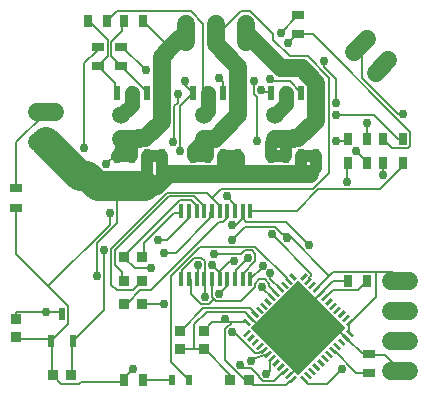
<source format=gbr>
G04 EAGLE Gerber RS-274X export*
G75*
%MOMM*%
%FSLAX34Y34*%
%LPD*%
%INTop Copper*%
%IPPOS*%
%AMOC8*
5,1,8,0,0,1.08239X$1,22.5*%
G01*
G04 Define Apertures*
%ADD10R,0.920900X0.970200*%
%ADD11R,0.508000X1.238200*%
%ADD12R,0.973900X0.798700*%
%ADD13R,0.798700X0.973900*%
%ADD14R,0.304800X1.162000*%
%ADD15C,1.524000*%
%ADD16R,0.254800X0.708000*%
%ADD17R,5.689600X5.689600*%
%ADD18R,0.970200X0.920900*%
%ADD19R,0.611800X0.911800*%
%ADD20R,0.528000X1.009600*%
%ADD21C,0.152400*%
%ADD22C,0.756400*%
%ADD23C,1.500000*%
%ADD24C,1.016000*%
%ADD25C,1.270000*%
%ADD26C,1.500000*%
%ADD27C,2.540000*%
D10*
X-62254Y-30000D03*
X-77746Y-30000D03*
X-77746Y-50000D03*
X-62254Y-50000D03*
X-77746Y-70000D03*
X-62254Y-70000D03*
D11*
X85050Y108805D03*
X72350Y108805D03*
X59650Y108805D03*
X46950Y108805D03*
X46950Y55195D03*
X59650Y55195D03*
X72350Y55195D03*
X85050Y55195D03*
D12*
X-169209Y11848D03*
X-169209Y28152D03*
D11*
X19050Y109289D03*
X6350Y109289D03*
X-6350Y109289D03*
X-19050Y109289D03*
X-19050Y55679D03*
X-6350Y55679D03*
X6350Y55679D03*
X19050Y55679D03*
X-45950Y108805D03*
X-58650Y108805D03*
X-71350Y108805D03*
X-84050Y108805D03*
X-84050Y55195D03*
X-71350Y55195D03*
X-58650Y55195D03*
X-45950Y55195D03*
D13*
X158152Y70000D03*
X141848Y70000D03*
X111848Y70000D03*
X128152Y70000D03*
D12*
X-80000Y148152D03*
X-80000Y131848D03*
D13*
X158152Y50000D03*
X141848Y50000D03*
X111848Y50000D03*
X128152Y50000D03*
D12*
X-100000Y148152D03*
X-100000Y131848D03*
D14*
X-29249Y-48710D03*
X-22750Y-48710D03*
X-16250Y-48710D03*
X-9750Y-48710D03*
X-3250Y-48710D03*
X3250Y-48710D03*
X9750Y-48710D03*
X16250Y-48710D03*
X22750Y-48710D03*
X29249Y-48710D03*
X29249Y8710D03*
X22750Y8710D03*
X16250Y8710D03*
X9750Y8710D03*
X3250Y8710D03*
X-3250Y8710D03*
X-9750Y8710D03*
X-16250Y8710D03*
X-22750Y8710D03*
X-29249Y8710D03*
D15*
X-25400Y152380D02*
X-25400Y167620D01*
X0Y167620D02*
X0Y152380D01*
X25400Y152380D02*
X25400Y167620D01*
X-136218Y67300D02*
X-151458Y67300D01*
X-151458Y92700D02*
X-136218Y92700D01*
X148662Y-126383D02*
X163902Y-126383D01*
X163902Y-100983D02*
X148662Y-100983D01*
X148662Y-75583D02*
X163902Y-75583D01*
X163902Y-50183D02*
X148662Y-50183D01*
D16*
G36*
X115103Y-81986D02*
X116905Y-83788D01*
X111899Y-88794D01*
X110097Y-86992D01*
X115103Y-81986D01*
G37*
G36*
X111568Y-78450D02*
X113370Y-80252D01*
X108364Y-85258D01*
X106562Y-83456D01*
X111568Y-78450D01*
G37*
G36*
X108032Y-74915D02*
X109834Y-76717D01*
X104828Y-81723D01*
X103026Y-79921D01*
X108032Y-74915D01*
G37*
G36*
X104497Y-71379D02*
X106299Y-73181D01*
X101293Y-78187D01*
X99491Y-76385D01*
X104497Y-71379D01*
G37*
G36*
X100961Y-67844D02*
X102763Y-69646D01*
X97757Y-74652D01*
X95955Y-72850D01*
X100961Y-67844D01*
G37*
G36*
X97426Y-64308D02*
X99228Y-66110D01*
X94222Y-71116D01*
X92420Y-69314D01*
X97426Y-64308D01*
G37*
G36*
X93890Y-60772D02*
X95692Y-62574D01*
X90686Y-67580D01*
X88884Y-65778D01*
X93890Y-60772D01*
G37*
G36*
X90354Y-57237D02*
X92156Y-59039D01*
X87150Y-64045D01*
X85348Y-62243D01*
X90354Y-57237D01*
G37*
G36*
X86819Y-53701D02*
X88621Y-55503D01*
X83615Y-60509D01*
X81813Y-58707D01*
X86819Y-53701D01*
G37*
G36*
X83283Y-50166D02*
X85085Y-51968D01*
X80079Y-56974D01*
X78277Y-55172D01*
X83283Y-50166D01*
G37*
G36*
X79748Y-46630D02*
X81550Y-48432D01*
X76544Y-53438D01*
X74742Y-51636D01*
X79748Y-46630D01*
G37*
G36*
X76212Y-43095D02*
X78014Y-44897D01*
X73008Y-49903D01*
X71206Y-48101D01*
X76212Y-43095D01*
G37*
G36*
X68794Y-48101D02*
X66992Y-49903D01*
X61986Y-44897D01*
X63788Y-43095D01*
X68794Y-48101D01*
G37*
G36*
X65258Y-51636D02*
X63456Y-53438D01*
X58450Y-48432D01*
X60252Y-46630D01*
X65258Y-51636D01*
G37*
G36*
X61723Y-55172D02*
X59921Y-56974D01*
X54915Y-51968D01*
X56717Y-50166D01*
X61723Y-55172D01*
G37*
G36*
X58187Y-58707D02*
X56385Y-60509D01*
X51379Y-55503D01*
X53181Y-53701D01*
X58187Y-58707D01*
G37*
G36*
X54652Y-62243D02*
X52850Y-64045D01*
X47844Y-59039D01*
X49646Y-57237D01*
X54652Y-62243D01*
G37*
G36*
X51116Y-65778D02*
X49314Y-67580D01*
X44308Y-62574D01*
X46110Y-60772D01*
X51116Y-65778D01*
G37*
G36*
X47580Y-69314D02*
X45778Y-71116D01*
X40772Y-66110D01*
X42574Y-64308D01*
X47580Y-69314D01*
G37*
G36*
X44045Y-72850D02*
X42243Y-74652D01*
X37237Y-69646D01*
X39039Y-67844D01*
X44045Y-72850D01*
G37*
G36*
X40509Y-76385D02*
X38707Y-78187D01*
X33701Y-73181D01*
X35503Y-71379D01*
X40509Y-76385D01*
G37*
G36*
X36974Y-79921D02*
X35172Y-81723D01*
X30166Y-76717D01*
X31968Y-74915D01*
X36974Y-79921D01*
G37*
G36*
X33438Y-83456D02*
X31636Y-85258D01*
X26630Y-80252D01*
X28432Y-78450D01*
X33438Y-83456D01*
G37*
G36*
X29903Y-86992D02*
X28101Y-88794D01*
X23095Y-83788D01*
X24897Y-81986D01*
X29903Y-86992D01*
G37*
G36*
X28101Y-91206D02*
X29903Y-93008D01*
X24897Y-98014D01*
X23095Y-96212D01*
X28101Y-91206D01*
G37*
G36*
X31636Y-94742D02*
X33438Y-96544D01*
X28432Y-101550D01*
X26630Y-99748D01*
X31636Y-94742D01*
G37*
G36*
X35172Y-98277D02*
X36974Y-100079D01*
X31968Y-105085D01*
X30166Y-103283D01*
X35172Y-98277D01*
G37*
G36*
X38707Y-101813D02*
X40509Y-103615D01*
X35503Y-108621D01*
X33701Y-106819D01*
X38707Y-101813D01*
G37*
G36*
X42243Y-105348D02*
X44045Y-107150D01*
X39039Y-112156D01*
X37237Y-110354D01*
X42243Y-105348D01*
G37*
G36*
X45778Y-108884D02*
X47580Y-110686D01*
X42574Y-115692D01*
X40772Y-113890D01*
X45778Y-108884D01*
G37*
G36*
X49314Y-112420D02*
X51116Y-114222D01*
X46110Y-119228D01*
X44308Y-117426D01*
X49314Y-112420D01*
G37*
G36*
X52850Y-115955D02*
X54652Y-117757D01*
X49646Y-122763D01*
X47844Y-120961D01*
X52850Y-115955D01*
G37*
G36*
X56385Y-119491D02*
X58187Y-121293D01*
X53181Y-126299D01*
X51379Y-124497D01*
X56385Y-119491D01*
G37*
G36*
X59921Y-123026D02*
X61723Y-124828D01*
X56717Y-129834D01*
X54915Y-128032D01*
X59921Y-123026D01*
G37*
G36*
X63456Y-126562D02*
X65258Y-128364D01*
X60252Y-133370D01*
X58450Y-131568D01*
X63456Y-126562D01*
G37*
G36*
X66992Y-130097D02*
X68794Y-131899D01*
X63788Y-136905D01*
X61986Y-135103D01*
X66992Y-130097D01*
G37*
G36*
X78014Y-135103D02*
X76212Y-136905D01*
X71206Y-131899D01*
X73008Y-130097D01*
X78014Y-135103D01*
G37*
G36*
X81550Y-131568D02*
X79748Y-133370D01*
X74742Y-128364D01*
X76544Y-126562D01*
X81550Y-131568D01*
G37*
G36*
X85085Y-128032D02*
X83283Y-129834D01*
X78277Y-124828D01*
X80079Y-123026D01*
X85085Y-128032D01*
G37*
G36*
X88621Y-124497D02*
X86819Y-126299D01*
X81813Y-121293D01*
X83615Y-119491D01*
X88621Y-124497D01*
G37*
G36*
X92156Y-120961D02*
X90354Y-122763D01*
X85348Y-117757D01*
X87150Y-115955D01*
X92156Y-120961D01*
G37*
G36*
X95692Y-117426D02*
X93890Y-119228D01*
X88884Y-114222D01*
X90686Y-112420D01*
X95692Y-117426D01*
G37*
G36*
X99228Y-113890D02*
X97426Y-115692D01*
X92420Y-110686D01*
X94222Y-108884D01*
X99228Y-113890D01*
G37*
G36*
X102763Y-110354D02*
X100961Y-112156D01*
X95955Y-107150D01*
X97757Y-105348D01*
X102763Y-110354D01*
G37*
G36*
X106299Y-106819D02*
X104497Y-108621D01*
X99491Y-103615D01*
X101293Y-101813D01*
X106299Y-106819D01*
G37*
G36*
X109834Y-103283D02*
X108032Y-105085D01*
X103026Y-100079D01*
X104828Y-98277D01*
X109834Y-103283D01*
G37*
G36*
X113370Y-99748D02*
X111568Y-101550D01*
X106562Y-96544D01*
X108364Y-94742D01*
X113370Y-99748D01*
G37*
G36*
X116905Y-96212D02*
X115103Y-98014D01*
X110097Y-93008D01*
X111899Y-91206D01*
X116905Y-96212D01*
G37*
D17*
G36*
X29769Y-90000D02*
X70000Y-49769D01*
X110231Y-90000D01*
X70000Y-130231D01*
X29769Y-90000D01*
G37*
D18*
X-30000Y-92254D03*
X-30000Y-107746D03*
D10*
X27746Y-134227D03*
X12254Y-134227D03*
D18*
X-10000Y-92254D03*
X-10000Y-107746D03*
D19*
X-37500Y-134519D03*
X-22500Y-134519D03*
D13*
X-78152Y-134209D03*
X-61848Y-134209D03*
X111848Y-50000D03*
X128152Y-50000D03*
D12*
X130000Y-111848D03*
X130000Y-128152D03*
D20*
X-139500Y-101438D03*
X-120500Y-101438D03*
X-130000Y-78562D03*
D10*
X-137746Y-130000D03*
X-122254Y-130000D03*
D18*
X-169227Y-82254D03*
X-169227Y-97746D03*
D15*
X117250Y143592D02*
X128026Y154368D01*
X145986Y136408D02*
X135210Y125632D01*
D12*
X70000Y158781D03*
X70000Y175085D03*
D13*
X-78152Y170000D03*
X-61848Y170000D03*
X-108152Y170000D03*
X-91848Y170000D03*
D21*
X-9144Y-48768D02*
X-9144Y-64008D01*
X-9144Y-48768D02*
X-9750Y-48710D01*
X-28956Y-47244D02*
X-28956Y-41148D01*
X-18288Y-30480D01*
X-12192Y-30480D01*
X-9144Y-33528D01*
X-9144Y-47244D01*
X-28956Y-47244D02*
X-29249Y-48710D01*
X-9750Y-48710D02*
X-9144Y-47244D01*
D22*
X46292Y-43768D03*
X-9144Y-64008D03*
D21*
X46292Y-48614D02*
X46292Y-43768D01*
X46292Y-48614D02*
X54783Y-57105D01*
X-1524Y-65532D02*
X-3048Y-64008D01*
X-1524Y-65532D02*
X0Y-67056D01*
X-3048Y-64008D02*
X-3048Y-48768D01*
X50292Y-59436D02*
X51248Y-60641D01*
X-3048Y-48768D02*
X-3250Y-48710D01*
X-21336Y-48768D02*
X-21336Y-60960D01*
X-12192Y-70104D01*
X-6096Y-70104D01*
X-1524Y-65532D01*
X-21336Y-48768D02*
X-22750Y-48710D01*
X41641Y-48892D02*
X45195Y-52447D01*
X45195Y-54339D01*
X50292Y-59436D01*
X21470Y-67056D02*
X0Y-67056D01*
X33059Y-55467D02*
X33059Y-52447D01*
X36614Y-48892D01*
X41641Y-48892D01*
X33059Y-55467D02*
X21470Y-67056D01*
X-15240Y-47244D02*
X-15240Y-36576D01*
X-3048Y-36576D02*
X3048Y-42672D01*
X3048Y-47244D01*
X-15240Y-47244D02*
X-16250Y-48710D01*
X3048Y-47244D02*
X3250Y-48710D01*
X38100Y-109728D02*
X39624Y-109728D01*
X38100Y-109728D02*
X36576Y-111252D01*
X33528Y-111252D01*
X15716Y-93440D01*
X13812Y-93440D01*
X39624Y-109728D02*
X40641Y-108752D01*
X47712Y-64176D02*
X47244Y-64008D01*
X12192Y-33528D02*
X3048Y-42672D01*
X12192Y-33528D02*
X15240Y-33528D01*
D22*
X-15240Y-36576D03*
X-3048Y-36576D03*
X13812Y-93440D03*
X15240Y-33528D03*
X39127Y-54960D03*
D21*
X39127Y-55891D02*
X47244Y-64008D01*
X39127Y-55891D02*
X39127Y-54960D01*
X-60960Y-28956D02*
X-60960Y-18288D01*
X-35052Y7620D01*
X-30480Y7620D01*
X-60960Y-28956D02*
X-62254Y-30000D01*
X-30480Y7620D02*
X-29249Y8710D01*
X153924Y70104D02*
X156972Y70104D01*
X153924Y70104D02*
X134112Y89916D01*
X102108Y89916D01*
X-41148Y-15240D02*
X-48768Y-15240D01*
X-41148Y-15240D02*
X-22860Y3048D01*
X-22860Y7620D01*
X156972Y70104D02*
X158152Y70000D01*
X-22750Y8710D02*
X-22860Y7620D01*
D22*
X102108Y89916D03*
X-48768Y-15240D03*
D23*
X55400Y130000D02*
X25400Y160000D01*
X55400Y130000D02*
X72648Y130000D01*
X85050Y117598D01*
X85050Y108805D01*
X85050Y85460D01*
X70000Y70410D01*
X66072Y70410D01*
X65662Y70000D01*
X50000Y70000D01*
D24*
X59650Y63988D02*
X59650Y55195D01*
X59650Y63988D02*
X65662Y70000D01*
X46950Y66950D02*
X46950Y55195D01*
X46950Y66950D02*
X50000Y70000D01*
X46950Y55195D02*
X59650Y55195D01*
D21*
X54864Y160020D02*
X68580Y173736D01*
X70000Y175085D01*
X-30480Y18288D02*
X-77724Y-28956D01*
X-30480Y18288D02*
X-21336Y18288D01*
X-16764Y13716D01*
X-16764Y9144D01*
X-77724Y-28956D02*
X-77746Y-30000D01*
X-16764Y9144D02*
X-16250Y8710D01*
X-54864Y-39624D02*
X-68580Y-39624D01*
X-77724Y-30480D01*
X-77746Y-30000D01*
D22*
X54864Y160020D03*
X-54864Y-39624D03*
D21*
X-79248Y-42672D02*
X-79248Y-48768D01*
X-79248Y-42672D02*
X-85344Y-36576D01*
X-85344Y-24384D01*
X-39624Y21336D01*
X-18288Y21336D01*
X-10668Y13716D01*
X-10668Y9144D01*
X-77746Y-50000D02*
X-79248Y-48768D01*
X-10668Y9144D02*
X-9750Y8710D01*
X102108Y68580D02*
X111252Y68580D01*
X35052Y68580D02*
X35052Y105156D01*
X32004Y108204D01*
X32004Y118872D01*
X-34004Y-26384D02*
X-43576Y-26384D01*
X-34004Y-26384D02*
X-4572Y3048D01*
X-4572Y7620D01*
X111252Y68580D02*
X111848Y70000D01*
X-3250Y8710D02*
X-4572Y7620D01*
D22*
X102108Y68580D03*
X35052Y68580D03*
X32004Y118872D03*
X-43576Y-26384D03*
D23*
X19050Y109289D02*
X19050Y130950D01*
X0Y150000D01*
X0Y160000D01*
X19050Y109289D02*
X19050Y89872D01*
X-822Y70000D01*
X-10000Y70000D01*
D24*
X-19050Y60950D02*
X-19050Y55679D01*
X-19050Y60950D02*
X-10000Y70000D01*
X-6350Y64472D02*
X-6350Y55679D01*
X-6350Y64472D02*
X-822Y70000D01*
X-6350Y55679D02*
X-19050Y55679D01*
D21*
X-62484Y-50292D02*
X-70104Y-57912D01*
X-83820Y-57912D01*
X-88392Y-53340D01*
X-88392Y-22860D01*
X-41148Y24384D01*
X-7620Y24384D01*
X-3048Y19812D02*
X3048Y13716D01*
X-3048Y19812D02*
X-7620Y24384D01*
X3048Y13716D02*
X3048Y9144D01*
X-62254Y-50000D02*
X-62484Y-50292D01*
X3250Y8710D02*
X3048Y9144D01*
X6096Y163068D02*
X21336Y178308D01*
X28956Y178308D01*
X48768Y158496D01*
X48768Y153924D01*
X62484Y140208D01*
X77724Y140208D01*
X96012Y121920D01*
X96012Y41148D01*
X82296Y27432D01*
X4572Y27432D01*
X-3048Y19812D01*
X0Y160000D02*
X6096Y163068D01*
X-74676Y-68580D02*
X-77724Y-68580D01*
X-74676Y-68580D02*
X-64008Y-57912D01*
X-54864Y-57912D01*
X3048Y0D01*
X6096Y0D01*
X9144Y3048D01*
X9144Y7620D01*
X-77724Y-68580D02*
X-77746Y-70000D01*
X9144Y7620D02*
X9750Y8710D01*
X-59436Y128016D02*
X-79248Y147828D01*
X-32004Y108204D02*
X-32004Y100584D01*
X-35052Y97536D01*
X-35052Y68580D01*
X-36576Y67056D01*
X9144Y21336D02*
X15240Y15240D01*
X15240Y9144D01*
X-79248Y147828D02*
X-80000Y148152D01*
X15240Y9144D02*
X16250Y8710D01*
D22*
X-59436Y128016D03*
X-32004Y108204D03*
X-36576Y67056D03*
X9144Y21336D03*
D23*
X-45950Y108805D02*
X-45950Y139450D01*
X-38598Y146802D01*
X-25400Y160000D01*
X-45950Y108805D02*
X-45950Y84460D01*
X-60000Y70410D01*
X-64928Y70410D01*
X-65338Y70000D01*
X-80000Y70000D01*
D24*
X-80000Y59245D02*
X-84050Y55195D01*
X-80000Y59245D02*
X-80000Y70000D01*
X-71350Y63988D02*
X-71350Y55195D01*
X-71350Y63988D02*
X-65338Y70000D01*
X-71350Y55195D02*
X-84050Y55195D01*
D21*
X-38598Y146802D02*
X-60960Y169164D01*
X-61848Y170000D01*
X-60960Y-70104D02*
X-44196Y-70104D01*
X59436Y0D02*
X79248Y-19812D01*
X59436Y0D02*
X25908Y0D01*
X22860Y3048D01*
X22860Y7620D01*
X-60960Y-70104D02*
X-62254Y-70000D01*
X22860Y7620D02*
X22750Y8710D01*
X-88392Y53340D02*
X-92964Y48768D01*
X13716Y-3048D02*
X16764Y-3048D01*
X22860Y3048D01*
X-84050Y55195D02*
X-88392Y53340D01*
X22750Y8710D02*
X22860Y3048D01*
D22*
X-44196Y-70104D03*
X79248Y-19812D03*
X-92964Y48768D03*
X13716Y-3048D03*
D21*
X156972Y45720D02*
X156972Y48768D01*
X156972Y45720D02*
X138684Y27432D01*
X86868Y27432D01*
X68580Y9144D01*
X30480Y9144D01*
X156972Y48768D02*
X158152Y50000D01*
X30480Y9144D02*
X29249Y8710D01*
X-100584Y144780D02*
X-100584Y147828D01*
X-100584Y144780D02*
X-111252Y134112D01*
X-111252Y62484D01*
X-1524Y-27432D02*
X21336Y-27432D01*
X24384Y-24384D01*
X30480Y-24384D01*
X33528Y-27432D01*
X33528Y-33528D01*
X22860Y-44196D01*
X22860Y-47244D01*
X-100000Y148152D02*
X-100584Y147828D01*
X22860Y-47244D02*
X22750Y-48710D01*
D22*
X-111252Y62484D03*
X-1524Y-27432D03*
D21*
X111252Y33528D02*
X111252Y48768D01*
X111848Y50000D01*
D22*
X111252Y33528D03*
X39794Y-37414D03*
D21*
X39794Y-38165D01*
X29249Y-48710D01*
D25*
X-71350Y98650D02*
X-71350Y108805D01*
X-71350Y98650D02*
X-80000Y90000D01*
D26*
X-80000Y90000D03*
D25*
X-6350Y93650D02*
X-6350Y109289D01*
X-6350Y93650D02*
X-10000Y90000D01*
D26*
X-10000Y90000D03*
D25*
X59650Y99650D02*
X59650Y108805D01*
X59650Y99650D02*
X50000Y90000D01*
D26*
X50000Y90000D03*
D21*
X-169164Y67056D02*
X-169164Y28956D01*
X-169164Y67056D02*
X-144780Y91440D01*
X-169164Y28956D02*
X-169209Y28152D01*
X-144780Y91440D02*
X-143838Y92700D01*
X-91440Y170688D02*
X-83820Y178308D01*
X-21336Y178308D01*
X-10668Y167640D01*
X-10668Y112776D01*
X-91848Y170000D02*
X-91440Y170688D01*
X-10668Y112776D02*
X-6350Y109289D01*
X91440Y131064D02*
X91440Y135636D01*
X91440Y131064D02*
X102108Y120396D01*
X102108Y100584D01*
X16764Y-41148D02*
X16764Y-47244D01*
X16764Y-41148D02*
X27432Y-30480D01*
X16764Y-47244D02*
X16250Y-48710D01*
D22*
X91440Y135636D03*
X102108Y100584D03*
X27432Y-30480D03*
D27*
X-115398Y38860D02*
X-143838Y67300D01*
X-115398Y38860D02*
X-108904Y38860D01*
X-100044Y30000D01*
X-83820Y30000D01*
X-60000Y30000D01*
D23*
X-50000Y30000D01*
X-40000Y40000D01*
X0Y40000D01*
X10000Y40000D01*
X20000Y40000D01*
X40652Y40000D01*
X40672Y39980D01*
X65928Y39980D02*
X65948Y40000D01*
X80000Y40000D01*
X65928Y39980D02*
X40672Y39980D01*
D24*
X80000Y40000D02*
X85050Y45050D01*
X85050Y55195D01*
X72350Y55195D02*
X72350Y46402D01*
X65948Y40000D01*
X72350Y55195D02*
X85050Y55195D01*
X6350Y55679D02*
X6350Y46350D01*
X0Y40000D01*
X10000Y46629D02*
X19050Y55679D01*
X10000Y46629D02*
X10000Y40000D01*
X6350Y55679D02*
X19050Y55679D01*
X20000Y54729D01*
X20000Y40000D01*
X-45950Y34050D02*
X-45950Y55195D01*
X-45950Y34050D02*
X-50000Y30000D01*
X-58650Y31350D02*
X-58650Y55195D01*
X-58650Y31350D02*
X-60000Y30000D01*
X-58650Y55195D02*
X-45950Y55195D01*
D21*
X-131790Y-76772D02*
X-130000Y-78562D01*
X-131790Y-76772D02*
X-143684Y-76772D01*
X-168994Y-76772D01*
X-169227Y-82254D01*
X9144Y-54864D02*
X9144Y-48768D01*
X9144Y-54864D02*
X3048Y-60960D01*
X9144Y-48768D02*
X9750Y-48710D01*
X-100584Y-45720D02*
X-100584Y-18288D01*
X-83820Y-1524D01*
X-83820Y30000D01*
D22*
X3048Y-60960D03*
X-143684Y-76772D03*
X-100584Y-45720D03*
D21*
X70104Y158496D02*
X82296Y158496D01*
X164592Y76200D01*
X164592Y64008D01*
X163068Y62484D01*
X149352Y62484D01*
X143256Y68580D01*
X70104Y158496D02*
X70000Y158781D01*
X141848Y70000D02*
X143256Y68580D01*
X71628Y109728D02*
X62484Y118872D01*
X47244Y118872D01*
X45720Y120396D01*
X60960Y150876D02*
X68580Y158496D01*
X71628Y109728D02*
X72350Y108805D01*
X68580Y158496D02*
X70000Y158781D01*
D22*
X45720Y120396D03*
X60960Y150876D03*
D21*
X128016Y83820D02*
X128016Y70104D01*
X128152Y70000D01*
X6096Y109728D02*
X6096Y118872D01*
X3048Y121920D01*
X6096Y109728D02*
X6350Y109289D01*
D22*
X128016Y83820D03*
X3048Y121920D03*
D21*
X-57912Y109728D02*
X-79248Y131064D01*
X-80000Y131848D01*
X-57912Y109728D02*
X-58650Y108805D01*
X-79248Y161544D02*
X-79248Y169164D01*
X-79248Y161544D02*
X-88392Y152400D01*
X-88392Y140208D01*
X-80772Y132588D01*
X-79248Y169164D02*
X-78152Y170000D01*
X-80772Y132588D02*
X-80000Y131848D01*
X141732Y48768D02*
X141732Y39624D01*
X141732Y48768D02*
X141848Y50000D01*
X45720Y109728D02*
X39624Y109728D01*
X38100Y111252D01*
X45720Y109728D02*
X46950Y108805D01*
D22*
X141732Y39624D03*
X38100Y111252D03*
D21*
X-25908Y115824D02*
X-25908Y118872D01*
X-25908Y115824D02*
X-19812Y109728D01*
X-19050Y109289D01*
X118872Y59436D02*
X128016Y50292D01*
X-30480Y59436D02*
X-30480Y97536D01*
X-19812Y108204D01*
X128016Y50292D02*
X128152Y50000D01*
X-19050Y109289D02*
X-19812Y108204D01*
D22*
X-25908Y118872D03*
X118872Y59436D03*
X-30480Y59436D03*
D21*
X-91440Y153924D02*
X-106680Y169164D01*
X-91440Y153924D02*
X-91440Y140208D01*
X-99060Y132588D01*
X-106680Y169164D02*
X-108152Y170000D01*
X-99060Y132588D02*
X-100000Y131848D01*
X-85344Y117348D02*
X-85344Y109728D01*
X-85344Y117348D02*
X-99060Y131064D01*
X-85344Y109728D02*
X-84050Y108805D01*
X-99060Y131064D02*
X-100000Y131848D01*
X111252Y-99060D02*
X123444Y-111252D01*
X129540Y-111252D01*
X111252Y-99060D02*
X109966Y-98146D01*
X129540Y-111252D02*
X130000Y-111848D01*
X131064Y-112776D02*
X143256Y-112776D01*
X155448Y-124968D01*
X131064Y-112776D02*
X130000Y-111848D01*
X155448Y-124968D02*
X156282Y-126383D01*
X-10668Y-108204D02*
X-18288Y-108204D01*
X-28956Y-108204D01*
X-30000Y-107746D01*
X-10668Y-108204D02*
X-10000Y-107746D01*
X12192Y-129540D02*
X12192Y-134112D01*
X12192Y-129540D02*
X-9144Y-108204D01*
X12192Y-134112D02*
X12254Y-134227D01*
X-9144Y-108204D02*
X-10000Y-107746D01*
X89916Y-59436D02*
X99060Y-50292D01*
X111252Y-50292D01*
X89916Y-59436D02*
X88752Y-60641D01*
X111252Y-50292D02*
X111848Y-50000D01*
X38100Y-89916D02*
X30480Y-82296D01*
X38100Y-89916D02*
X68580Y-89916D01*
X30480Y-82296D02*
X30034Y-81854D01*
X68580Y-89916D02*
X70000Y-90000D01*
X68580Y-123444D02*
X62484Y-129540D01*
X68580Y-123444D02*
X68580Y-91440D01*
X62484Y-129540D02*
X61854Y-129966D01*
X68580Y-91440D02*
X70000Y-90000D01*
X70104Y-79248D02*
X80772Y-68580D01*
X88392Y-60960D01*
X70104Y-79248D02*
X70104Y-89916D01*
X88392Y-60960D02*
X88752Y-60641D01*
X70104Y-89916D02*
X70000Y-90000D01*
X-18288Y-86868D02*
X-18288Y-108204D01*
X-18288Y-86868D02*
X-7620Y-76200D01*
X24384Y-76200D01*
X28956Y-80772D01*
X30034Y-81854D01*
X80772Y-68580D02*
X109728Y-97536D01*
X109966Y-98146D01*
X70000Y-90000D02*
X80772Y-68580D01*
X-138684Y-102108D02*
X-138684Y-129540D01*
X-137746Y-130000D01*
X-138684Y-102108D02*
X-139500Y-101438D01*
X-141732Y-99060D02*
X-169164Y-99060D01*
X-141732Y-99060D02*
X-140208Y-100584D01*
X-169164Y-99060D02*
X-169227Y-97746D01*
X-140208Y-100584D02*
X-139500Y-101438D01*
X-114300Y-135636D02*
X-79248Y-135636D01*
X-114300Y-135636D02*
X-115824Y-137160D01*
X-131064Y-137160D01*
X-137160Y-131064D01*
X-79248Y-135636D02*
X-78152Y-134209D01*
X-137160Y-131064D02*
X-137746Y-130000D01*
X-169164Y-27432D02*
X-169164Y10668D01*
X-141732Y-54864D02*
X-124968Y-71628D01*
X-141732Y-54864D02*
X-169164Y-27432D01*
X-124968Y-71628D02*
X-124968Y-86868D01*
X-138684Y-100584D01*
X-169164Y10668D02*
X-169209Y11848D01*
X-138684Y-100584D02*
X-139500Y-101438D01*
X-89916Y-3048D02*
X-89916Y7620D01*
X-89916Y-3048D02*
X-141732Y-54864D01*
X-70104Y-124968D02*
X-79248Y-134112D01*
X-78152Y-134209D01*
D22*
X-89916Y7620D03*
X-70104Y-124968D03*
D21*
X74676Y-134112D02*
X77724Y-137160D01*
X94488Y-137160D01*
X106680Y-124968D01*
X74610Y-133501D02*
X74676Y-134112D01*
D22*
X106680Y-124968D03*
D21*
X58319Y-126430D02*
X57912Y-126492D01*
D22*
X20488Y-121191D03*
D21*
X23237Y-123940D01*
X30147Y-123940D01*
X36703Y-130496D01*
X36703Y-131714D01*
X40258Y-135268D01*
X49136Y-135268D01*
X57912Y-126492D01*
X112776Y-94488D02*
X112776Y-86868D01*
X112776Y-94488D02*
X113501Y-94610D01*
X112776Y-86868D02*
X113501Y-85390D01*
X96012Y-45720D02*
X99060Y-42672D01*
X96012Y-45720D02*
X85344Y-56388D01*
X135636Y-42672D02*
X149352Y-42672D01*
X135636Y-42672D02*
X99060Y-42672D01*
X149352Y-42672D02*
X155448Y-48768D01*
X85344Y-56388D02*
X85217Y-57105D01*
X155448Y-48768D02*
X156282Y-50183D01*
X135636Y-64008D02*
X114300Y-85344D01*
X135636Y-64008D02*
X135636Y-42672D01*
X114300Y-85344D02*
X113501Y-85390D01*
X96012Y-45720D02*
X60960Y-10668D01*
X65390Y-133501D02*
X64008Y-134112D01*
X28956Y-135636D02*
X27746Y-134227D01*
X9144Y-85344D02*
X-3048Y-85344D01*
X9144Y-85344D02*
X13716Y-85344D01*
X25908Y-85344D01*
X-3048Y-85344D02*
X-9144Y-91440D01*
X25908Y-85344D02*
X26499Y-85390D01*
X-9144Y-91440D02*
X-10000Y-92254D01*
X-121920Y-102108D02*
X-121920Y-129540D01*
X-122254Y-130000D01*
X-121920Y-102108D02*
X-120500Y-101438D01*
X-94488Y-74676D02*
X-94488Y-24384D01*
X-94488Y-74676D02*
X-120396Y-100584D01*
X-120500Y-101438D01*
X56388Y-10668D02*
X56960Y-10668D01*
X60960Y-10668D01*
X56388Y-10668D02*
X50292Y-4572D01*
X24384Y-4572D01*
X13716Y-15240D01*
D22*
X-94488Y-24384D03*
X13716Y-15240D03*
X59979Y-13687D03*
D21*
X56960Y-10668D01*
X11299Y-87372D02*
X7744Y-90927D01*
D22*
X7744Y-82296D03*
D21*
X9144Y-83696D01*
X9144Y-85344D01*
X11688Y-87372D02*
X13716Y-85344D01*
X11688Y-87372D02*
X11299Y-87372D01*
X7744Y-90927D02*
X7744Y-117029D01*
X24942Y-134227D01*
X27746Y-134227D01*
X28956Y-135636D02*
X31636Y-138316D01*
X59804Y-138316D01*
X64008Y-134112D01*
X79248Y-48768D02*
X79248Y-47244D01*
X80772Y-45720D01*
X80772Y-44196D01*
X47244Y-10668D01*
X79248Y-48768D02*
X78146Y-50034D01*
D22*
X47244Y-10668D03*
D21*
X28956Y-73152D02*
X33528Y-77724D01*
X28956Y-73152D02*
X-10668Y-73152D01*
X-28956Y-91440D01*
X33570Y-78319D02*
X33528Y-77724D01*
X-28956Y-91440D02*
X-30000Y-92254D01*
X33528Y-21336D02*
X60960Y-48768D01*
X33528Y-21336D02*
X-13716Y-21336D01*
X-38100Y-45720D01*
X-38100Y-118872D01*
X-22860Y-134112D01*
X61854Y-50034D02*
X60960Y-48768D01*
X-22860Y-134112D02*
X-22500Y-134519D01*
X29576Y-117872D02*
X30831Y-116617D01*
X44176Y-112288D01*
D22*
X29576Y-117872D03*
D21*
X153924Y91440D02*
X158496Y91440D01*
X153924Y91440D02*
X123444Y121920D01*
X123444Y147828D01*
X122638Y148980D01*
D22*
X158496Y91440D03*
D21*
X47712Y-115824D02*
X45558Y-117978D01*
D22*
X42771Y-129200D03*
D21*
X45558Y-126414D02*
X45558Y-117978D01*
X45558Y-126414D02*
X42771Y-129200D01*
X92964Y-64008D02*
X99060Y-57912D01*
X120396Y-57912D01*
X128016Y-50292D01*
X92964Y-64008D02*
X92288Y-64176D01*
X128016Y-50292D02*
X128152Y-50000D01*
X100584Y-109728D02*
X118872Y-128016D01*
X129540Y-128016D01*
X100584Y-109728D02*
X99359Y-108752D01*
X129540Y-128016D02*
X130000Y-128152D01*
X-38100Y-134112D02*
X-60960Y-134112D01*
X-38100Y-134112D02*
X-37500Y-134519D01*
X-60960Y-134112D02*
X-61848Y-134209D01*
M02*

</source>
